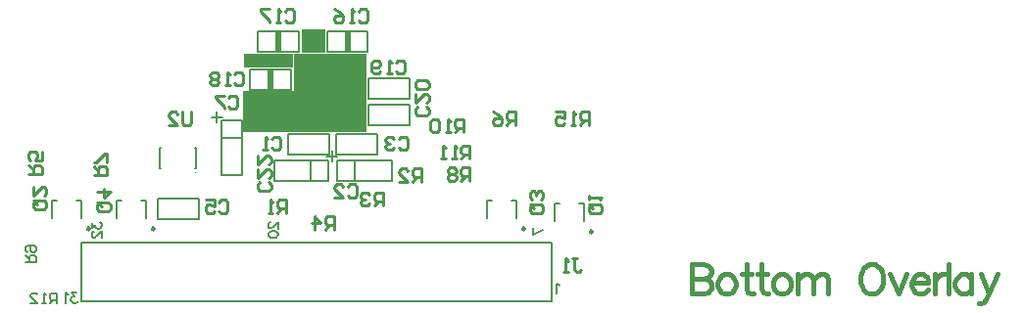
<source format=gbo>
%FSLAX23Y23*%
%MOIN*%
G70*
G01*
G75*
G04 Layer_Color=16776960*
%ADD10C,0.016*%
%ADD11C,0.010*%
%ADD12C,0.020*%
%ADD13C,0.018*%
%ADD14C,0.015*%
%ADD15C,0.100*%
%ADD16C,0.145*%
%ADD17C,0.050*%
%ADD18C,0.070*%
%ADD19C,0.060*%
%ADD20O,0.060X0.061*%
%ADD21C,0.059*%
%ADD22C,0.059*%
%ADD23R,0.059X0.059*%
%ADD24C,0.025*%
%ADD25R,0.051X0.059*%
%ADD26R,0.058X0.039*%
%ADD27R,0.022X0.057*%
%ADD28R,0.022X0.057*%
%ADD29R,0.039X0.058*%
%ADD30R,0.035X0.037*%
%ADD31R,0.035X0.037*%
%ADD32C,0.020*%
%ADD33C,0.025*%
%ADD34C,0.004*%
%ADD35C,0.006*%
%ADD36C,0.005*%
%ADD37C,0.004*%
%ADD38C,0.010*%
%ADD39C,0.008*%
%ADD40C,0.008*%
%ADD41R,0.420X0.140*%
%ADD42R,0.250X0.130*%
%ADD43R,0.170X0.050*%
%ADD44R,0.080X0.080*%
%ADD45R,0.021X0.068*%
D11*
X242Y454D02*
X287D01*
Y476D01*
X279Y484D01*
X264D01*
X257Y476D01*
Y454D01*
Y469D02*
X242Y484D01*
X287Y499D02*
Y529D01*
X279D01*
X249Y499D01*
X242D01*
X1675Y625D02*
Y670D01*
X1653D01*
X1645Y662D01*
Y647D01*
X1653Y640D01*
X1675D01*
X1660D02*
X1645Y625D01*
X1600Y670D02*
X1615Y662D01*
X1630Y647D01*
Y632D01*
X1623Y625D01*
X1608D01*
X1600Y632D01*
Y640D01*
X1608Y647D01*
X1630D01*
X21Y459D02*
X66D01*
Y481D01*
X58Y489D01*
X43D01*
X36Y481D01*
Y459D01*
Y474D02*
X21Y489D01*
X66Y534D02*
Y504D01*
X43D01*
X51Y519D01*
Y526D01*
X43Y534D01*
X28D01*
X21Y526D01*
Y511D01*
X28Y504D01*
X43Y369D02*
X73D01*
X81Y361D01*
Y346D01*
X73Y339D01*
X43D01*
X36Y346D01*
Y361D01*
X51Y354D02*
X36Y369D01*
Y361D02*
X43Y369D01*
X36Y414D02*
Y384D01*
X66Y414D01*
X73D01*
X81Y406D01*
Y391D01*
X73Y384D01*
X261Y362D02*
X291D01*
X299Y354D01*
Y339D01*
X291Y332D01*
X261D01*
X254Y339D01*
Y354D01*
X269Y347D02*
X254Y362D01*
Y354D02*
X261Y362D01*
X254Y399D02*
X299D01*
X276Y377D01*
Y407D01*
X1732Y355D02*
X1762D01*
X1770Y347D01*
Y332D01*
X1762Y325D01*
X1732D01*
X1725Y332D01*
Y347D01*
X1740Y340D02*
X1725Y355D01*
Y347D02*
X1732Y355D01*
X1762Y370D02*
X1770Y377D01*
Y392D01*
X1762Y400D01*
X1755D01*
X1747Y392D01*
Y385D01*
Y392D01*
X1740Y400D01*
X1732D01*
X1725Y392D01*
Y377D01*
X1732Y370D01*
X1932Y355D02*
X1962D01*
X1970Y347D01*
Y332D01*
X1962Y325D01*
X1932D01*
X1925Y332D01*
Y347D01*
X1940Y340D02*
X1925Y355D01*
Y347D02*
X1932Y355D01*
X1925Y370D02*
Y385D01*
Y377D01*
X1970D01*
X1962Y370D01*
X837Y430D02*
X845Y422D01*
Y407D01*
X837Y400D01*
X807D01*
X800Y407D01*
Y422D01*
X807Y430D01*
X800Y475D02*
Y445D01*
X830Y475D01*
X837D01*
X845Y467D01*
Y452D01*
X837Y445D01*
X800Y520D02*
Y490D01*
X830Y520D01*
X837D01*
X845Y512D01*
Y497D01*
X837Y490D01*
X1374Y687D02*
X1382Y679D01*
Y664D01*
X1374Y657D01*
X1344D01*
X1337Y664D01*
Y679D01*
X1344Y687D01*
X1337Y732D02*
Y702D01*
X1367Y732D01*
X1374D01*
X1382Y724D01*
Y709D01*
X1374Y702D01*
Y747D02*
X1382Y754D01*
Y769D01*
X1374Y777D01*
X1344D01*
X1337Y769D01*
Y754D01*
X1344Y747D01*
X1374D01*
X1270Y837D02*
X1278Y845D01*
X1293D01*
X1300Y837D01*
Y807D01*
X1293Y800D01*
X1278D01*
X1270Y807D01*
X1255Y800D02*
X1240D01*
X1248D01*
Y845D01*
X1255Y837D01*
X1218Y807D02*
X1210Y800D01*
X1195D01*
X1188Y807D01*
Y837D01*
X1195Y845D01*
X1210D01*
X1218Y837D01*
Y830D01*
X1210Y822D01*
X1188D01*
X720Y797D02*
X728Y805D01*
X743D01*
X750Y797D01*
Y767D01*
X743Y760D01*
X728D01*
X720Y767D01*
X705Y760D02*
X690D01*
X698D01*
Y805D01*
X705Y797D01*
X668D02*
X660Y805D01*
X645D01*
X638Y797D01*
Y790D01*
X645Y782D01*
X638Y775D01*
Y767D01*
X645Y760D01*
X660D01*
X668Y767D01*
Y775D01*
X660Y782D01*
X668Y790D01*
Y797D01*
X660Y782D02*
X645D01*
X892Y1012D02*
X900Y1020D01*
X915D01*
X922Y1012D01*
Y982D01*
X915Y975D01*
X900D01*
X892Y982D01*
X877Y975D02*
X862D01*
X870D01*
Y1020D01*
X877Y1012D01*
X840Y1020D02*
X810D01*
Y1012D01*
X840Y982D01*
Y975D01*
X1142Y1012D02*
X1150Y1020D01*
X1165D01*
X1172Y1012D01*
Y982D01*
X1165Y975D01*
X1150D01*
X1142Y982D01*
X1127Y975D02*
X1112D01*
X1120D01*
Y1020D01*
X1127Y1012D01*
X1060Y1020D02*
X1075Y1012D01*
X1090Y997D01*
Y982D01*
X1082Y975D01*
X1067D01*
X1060Y982D01*
Y990D01*
X1067Y997D01*
X1090D01*
X700Y717D02*
X708Y725D01*
X723D01*
X730Y717D01*
Y687D01*
X723Y680D01*
X708D01*
X700Y687D01*
X685Y725D02*
X655D01*
Y717D01*
X685Y687D01*
Y680D01*
X847Y577D02*
X855Y585D01*
X870D01*
X877Y577D01*
Y547D01*
X870Y540D01*
X855D01*
X847Y547D01*
X832Y540D02*
X817D01*
X825D01*
Y585D01*
X832Y577D01*
X572Y670D02*
Y632D01*
X565Y625D01*
X550D01*
X542Y632D01*
Y670D01*
X497Y625D02*
X527D01*
X497Y655D01*
Y662D01*
X505Y670D01*
X520D01*
X527Y662D01*
X1520Y435D02*
Y480D01*
X1498D01*
X1490Y472D01*
Y457D01*
X1498Y450D01*
X1520D01*
X1505D02*
X1490Y435D01*
X1475Y472D02*
X1468Y480D01*
X1453D01*
X1445Y472D01*
Y465D01*
X1453Y457D01*
X1445Y450D01*
Y442D01*
X1453Y435D01*
X1468D01*
X1475Y442D01*
Y450D01*
X1468Y457D01*
X1475Y465D01*
Y472D01*
X1468Y457D02*
X1453D01*
X1925Y625D02*
Y670D01*
X1903D01*
X1895Y662D01*
Y647D01*
X1903Y640D01*
X1925D01*
X1910D02*
X1895Y625D01*
X1880D02*
X1865D01*
X1873D01*
Y670D01*
X1880Y662D01*
X1813Y670D02*
X1843D01*
Y647D01*
X1828Y655D01*
X1820D01*
X1813Y647D01*
Y632D01*
X1820Y625D01*
X1835D01*
X1843Y632D01*
X1106Y415D02*
X1114Y423D01*
X1129D01*
X1136Y415D01*
Y385D01*
X1129Y378D01*
X1114D01*
X1106Y385D01*
X1061Y378D02*
X1091D01*
X1061Y408D01*
Y415D01*
X1069Y423D01*
X1084D01*
X1091Y415D01*
X667Y362D02*
X675Y370D01*
X690D01*
X697Y362D01*
Y332D01*
X690Y325D01*
X675D01*
X667Y332D01*
X622Y370D02*
X652D01*
Y347D01*
X637Y355D01*
X630D01*
X622Y347D01*
Y332D01*
X630Y325D01*
X645D01*
X652Y332D01*
X895Y325D02*
Y370D01*
X873D01*
X865Y362D01*
Y347D01*
X873Y340D01*
X895D01*
X880D02*
X865Y325D01*
X850D02*
X835D01*
X843D01*
Y370D01*
X850Y362D01*
X1356Y432D02*
Y477D01*
X1334D01*
X1326Y469D01*
Y454D01*
X1334Y447D01*
X1356D01*
X1341D02*
X1326Y432D01*
X1281D02*
X1311D01*
X1281Y462D01*
Y469D01*
X1289Y477D01*
X1304D01*
X1311Y469D01*
X1225Y350D02*
Y395D01*
X1203D01*
X1195Y387D01*
Y372D01*
X1203Y365D01*
X1225D01*
X1210D02*
X1195Y350D01*
X1180Y387D02*
X1173Y395D01*
X1158D01*
X1150Y387D01*
Y380D01*
X1158Y372D01*
X1165D01*
X1158D01*
X1150Y365D01*
Y357D01*
X1158Y350D01*
X1173D01*
X1180Y357D01*
X1059Y269D02*
Y314D01*
X1037D01*
X1029Y306D01*
Y291D01*
X1037Y284D01*
X1059D01*
X1044D02*
X1029Y269D01*
X992D02*
Y314D01*
X1014Y291D01*
X984D01*
X1279Y577D02*
X1287Y585D01*
X1302D01*
X1309Y577D01*
Y547D01*
X1302Y540D01*
X1287D01*
X1279Y547D01*
X1264Y577D02*
X1257Y585D01*
X1242D01*
X1234Y577D01*
Y570D01*
X1242Y562D01*
X1249D01*
X1242D01*
X1234Y555D01*
Y547D01*
X1242Y540D01*
X1257D01*
X1264Y547D01*
X1870Y170D02*
X1885D01*
X1878D01*
Y132D01*
X1885Y125D01*
X1893D01*
X1900Y132D01*
X1855Y125D02*
X1840D01*
X1848D01*
Y170D01*
X1855Y162D01*
X1500Y600D02*
Y645D01*
X1478D01*
X1470Y637D01*
Y622D01*
X1478Y615D01*
X1500D01*
X1485D02*
X1470Y600D01*
X1455D02*
X1440D01*
X1448D01*
Y645D01*
X1455Y637D01*
X1418D02*
X1410Y645D01*
X1395D01*
X1388Y637D01*
Y607D01*
X1395Y600D01*
X1410D01*
X1418Y607D01*
Y637D01*
X1521Y510D02*
Y555D01*
X1499D01*
X1491Y547D01*
Y532D01*
X1499Y525D01*
X1521D01*
X1506D02*
X1491Y510D01*
X1476D02*
X1461D01*
X1469D01*
Y555D01*
X1476Y547D01*
X1439Y510D02*
X1424D01*
X1431D01*
Y555D01*
X1439Y547D01*
D14*
X2275Y150D02*
Y50D01*
Y150D02*
X2318D01*
X2332Y145D01*
X2337Y140D01*
X2342Y131D01*
Y121D01*
X2337Y112D01*
X2332Y107D01*
X2318Y102D01*
X2275D02*
X2318D01*
X2332Y98D01*
X2337Y93D01*
X2342Y83D01*
Y69D01*
X2337Y60D01*
X2332Y55D01*
X2318Y50D01*
X2275D01*
X2388Y117D02*
X2378Y112D01*
X2369Y102D01*
X2364Y88D01*
Y79D01*
X2369Y64D01*
X2378Y55D01*
X2388Y50D01*
X2402D01*
X2412Y55D01*
X2421Y64D01*
X2426Y79D01*
Y88D01*
X2421Y102D01*
X2412Y112D01*
X2402Y117D01*
X2388D01*
X2462Y150D02*
Y69D01*
X2467Y55D01*
X2476Y50D01*
X2486D01*
X2448Y117D02*
X2481D01*
X2514Y150D02*
Y69D01*
X2519Y55D01*
X2529Y50D01*
X2538D01*
X2500Y117D02*
X2534D01*
X2576D02*
X2567Y112D01*
X2557Y102D01*
X2553Y88D01*
Y79D01*
X2557Y64D01*
X2567Y55D01*
X2576Y50D01*
X2591D01*
X2600Y55D01*
X2610Y64D01*
X2614Y79D01*
Y88D01*
X2610Y102D01*
X2600Y112D01*
X2591Y117D01*
X2576D01*
X2636D02*
Y50D01*
Y98D02*
X2651Y112D01*
X2660Y117D01*
X2674D01*
X2684Y112D01*
X2689Y98D01*
Y50D01*
Y98D02*
X2703Y112D01*
X2713Y117D01*
X2727D01*
X2736Y112D01*
X2741Y98D01*
Y50D01*
X2880Y150D02*
X2870Y145D01*
X2861Y136D01*
X2856Y126D01*
X2851Y112D01*
Y88D01*
X2856Y74D01*
X2861Y64D01*
X2870Y55D01*
X2880Y50D01*
X2899D01*
X2908Y55D01*
X2918Y64D01*
X2922Y74D01*
X2927Y88D01*
Y112D01*
X2922Y126D01*
X2918Y136D01*
X2908Y145D01*
X2899Y150D01*
X2880D01*
X2951Y117D02*
X2979Y50D01*
X3008Y117D02*
X2979Y50D01*
X3024Y88D02*
X3081D01*
Y98D01*
X3076Y107D01*
X3071Y112D01*
X3062Y117D01*
X3048D01*
X3038Y112D01*
X3029Y102D01*
X3024Y88D01*
Y79D01*
X3029Y64D01*
X3038Y55D01*
X3048Y50D01*
X3062D01*
X3071Y55D01*
X3081Y64D01*
X3102Y117D02*
Y50D01*
Y88D02*
X3107Y102D01*
X3117Y112D01*
X3126Y117D01*
X3141D01*
X3150Y150D02*
Y50D01*
X3228Y117D02*
Y50D01*
Y102D02*
X3218Y112D01*
X3209Y117D01*
X3194D01*
X3185Y112D01*
X3175Y102D01*
X3171Y88D01*
Y79D01*
X3175Y64D01*
X3185Y55D01*
X3194Y50D01*
X3209D01*
X3218Y55D01*
X3228Y64D01*
X3259Y117D02*
X3288Y50D01*
X3316Y117D02*
X3288Y50D01*
X3278Y31D01*
X3269Y21D01*
X3259Y17D01*
X3254D01*
D35*
X843Y293D02*
X842D01*
X838Y292D01*
X837Y290D01*
X835Y287D01*
Y280D01*
X837Y277D01*
X838Y275D01*
X842Y273D01*
X845D01*
X848Y275D01*
X853Y278D01*
X870Y295D01*
Y272D01*
X835Y254D02*
X837Y259D01*
X842Y262D01*
X850Y264D01*
X855D01*
X863Y262D01*
X868Y259D01*
X870Y254D01*
Y251D01*
X868Y246D01*
X863Y242D01*
X855Y241D01*
X850D01*
X842Y242D01*
X837Y246D01*
X835Y251D01*
Y254D01*
X235Y292D02*
Y273D01*
X248Y283D01*
Y278D01*
X250Y275D01*
X251Y273D01*
X256Y272D01*
X260D01*
X265Y273D01*
X268Y277D01*
X270Y282D01*
Y287D01*
X268Y292D01*
X266Y293D01*
X263Y295D01*
X243Y262D02*
X241D01*
X238Y261D01*
X236Y259D01*
X235Y256D01*
Y249D01*
X236Y246D01*
X238Y244D01*
X241Y242D01*
X245D01*
X248Y244D01*
X253Y247D01*
X270Y264D01*
Y241D01*
X184Y53D02*
X165D01*
X175Y40D01*
X170D01*
X167Y38D01*
X165Y36D01*
X164Y31D01*
Y28D01*
X165Y23D01*
X169Y20D01*
X174Y18D01*
X179D01*
X184Y20D01*
X185Y21D01*
X187Y25D01*
X156Y46D02*
X153Y48D01*
X148Y53D01*
Y18D01*
X1735Y252D02*
X1770Y268D01*
X1735Y275D02*
Y252D01*
X1825Y78D02*
X1822Y80D01*
X1817Y85D01*
Y50D01*
D36*
X1068Y525D02*
Y595D01*
Y525D02*
X1207D01*
Y595D01*
X1068D02*
X1207D01*
X745Y455D02*
Y640D01*
X675Y455D02*
X745D01*
X675D02*
Y640D01*
X745D01*
X675Y580D02*
X745D01*
X599Y305D02*
Y375D01*
X460D02*
X599D01*
X460Y305D02*
Y375D01*
Y305D02*
X599D01*
X1070Y505D02*
X1255D01*
Y435D02*
Y505D01*
X1070Y435D02*
X1255D01*
X1070D02*
Y505D01*
X1130Y435D02*
Y505D01*
X1042Y525D02*
Y595D01*
X903D02*
X1042D01*
X903Y525D02*
Y595D01*
Y525D02*
X1042D01*
X1178Y625D02*
Y695D01*
Y625D02*
X1317D01*
Y695D01*
X1178D02*
X1317D01*
X912Y745D02*
Y815D01*
X773D02*
X912D01*
X773Y745D02*
Y815D01*
Y745D02*
X912D01*
X939Y875D02*
Y945D01*
X800D02*
X939D01*
X800Y875D02*
Y945D01*
Y875D02*
X939D01*
X1178Y715D02*
Y785D01*
Y715D02*
X1317D01*
Y785D01*
X1178D02*
X1317D01*
X1035Y875D02*
Y945D01*
Y875D02*
X1174D01*
Y945D01*
X1035D02*
X1174D01*
X855Y435D02*
X1040D01*
X855D02*
Y505D01*
X1040D01*
Y435D02*
Y505D01*
X980Y435D02*
Y505D01*
X661Y670D02*
Y633D01*
X643Y652D02*
X680D01*
X1070Y519D02*
X1033D01*
X1052Y537D02*
Y500D01*
D37*
X590Y463D02*
G03*
X590Y463I-2J0D01*
G01*
D38*
X229Y271D02*
G03*
X229Y271I-5J0D01*
G01*
X449D02*
G03*
X449Y271I-5J0D01*
G01*
X1939Y261D02*
G03*
X1939Y261I-5J0D01*
G01*
X1709Y271D02*
G03*
X1709Y271I-5J0D01*
G01*
D39*
X200Y25D02*
Y225D01*
Y225D02*
X1800D01*
Y25D02*
Y225D01*
X200Y25D02*
X1800D01*
X200D02*
Y225D01*
X467Y478D02*
Y549D01*
X589Y478D02*
Y549D01*
X587D02*
X589D01*
X587Y478D02*
X589D01*
X467Y549D02*
X469D01*
X467Y478D02*
X469D01*
X201Y308D02*
Y366D01*
X99Y308D02*
Y366D01*
X183D02*
X201D01*
X99D02*
X116D01*
X421Y308D02*
Y366D01*
X319Y308D02*
Y366D01*
X403D02*
X421D01*
X319D02*
X336D01*
X1809Y356D02*
X1826D01*
X1893D02*
X1911D01*
X1809Y298D02*
Y356D01*
X1911Y298D02*
Y356D01*
X1579Y366D02*
X1596D01*
X1663D02*
X1681D01*
X1579Y308D02*
Y366D01*
X1681Y308D02*
Y366D01*
D40*
X10Y157D02*
X45D01*
Y174D01*
X39Y180D01*
X27D01*
X22Y174D01*
Y157D01*
Y169D02*
X10Y180D01*
X16Y192D02*
X10Y198D01*
Y209D01*
X16Y215D01*
X39D01*
X45Y209D01*
Y198D01*
X39Y192D01*
X33D01*
X27Y198D01*
Y215D01*
X115Y17D02*
Y52D01*
X98D01*
X92Y46D01*
Y34D01*
X98Y29D01*
X115D01*
X103D02*
X92Y17D01*
X80D02*
X68D01*
X74D01*
Y52D01*
X80Y46D01*
X28Y17D02*
X51D01*
X28Y40D01*
Y46D01*
X33Y52D01*
X45D01*
X51Y46D01*
D41*
X960Y670D02*
D03*
D42*
X1045Y805D02*
D03*
D43*
X835Y845D02*
D03*
D44*
X990Y910D02*
D03*
D45*
X842Y780D02*
D03*
X869Y911D02*
D03*
X1105Y910D02*
D03*
M02*

</source>
